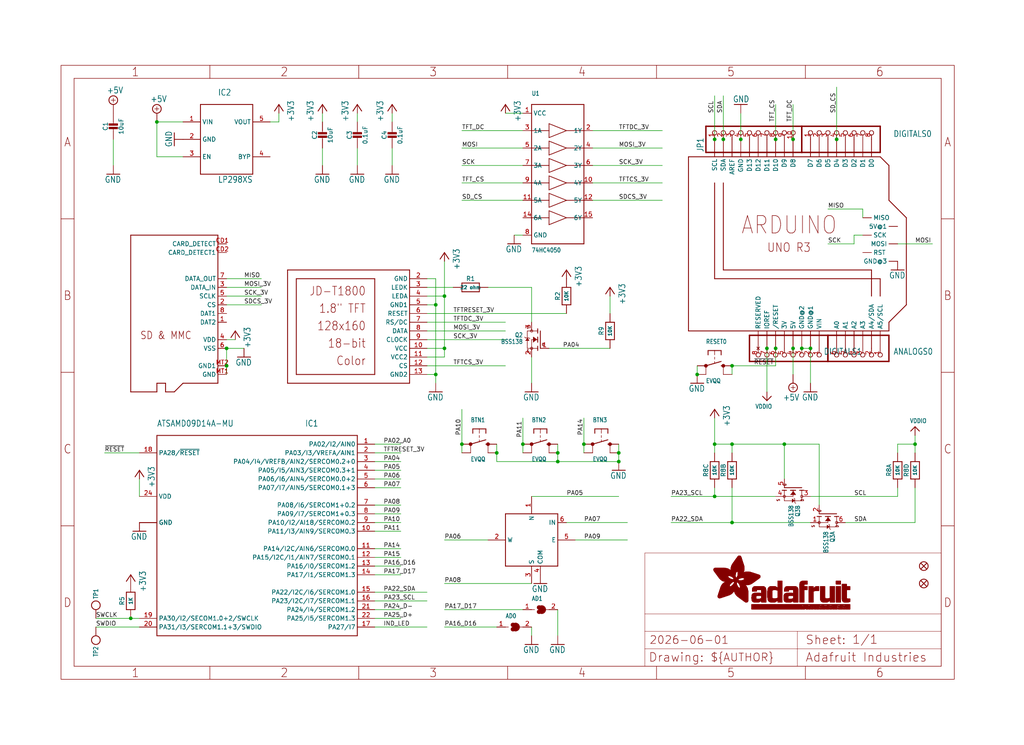
<source format=kicad_sch>
(kicad_sch (version 20230121) (generator eeschema)
  (paper "User" 298.45 217.322)
  (lib_symbols
    (symbol "working-eagle-import:+3V3" (power)
      (property "Value" "+3V3" (at -2.54 -5.08 90))
      (symbol "+3V3_1_0"
        (pin power_in line (at 0 -2.54 90) (length 2.54) (name "+3V3") (number "1"))
      )
    )
    (symbol "working-eagle-import:+5V" (power)
      (property "Value" "+5V" (at -1.905 3.175 0))
      (symbol "+5V_1_0"
        (pin power_in line (at 0 -2.54 90) (length 2.54) (name "+5V") (number "1"))
      )
    )
    (symbol "working-eagle-import:74HC4050DTSSOP"
      (property "Reference" "U" (at -7.62 22.86 0))
      (symbol "74HC4050DTSSOP_1_0"
        (pin bidirectional line (at -10.16 17.78 0) (length 2.54) (name "VCC") (number "1"))
        (pin bidirectional line (at 10.16 -2.54 180) (length 2.54) (name "4Y") (number "10"))
        (pin bidirectional line (at -10.16 -7.62 0) (length 2.54) (name "5A") (number "11"))
        (pin bidirectional line (at 10.16 -7.62 180) (length 2.54) (name "5Y") (number "12"))
        (pin bidirectional line (at -10.16 -12.7 0) (length 2.54) (name "6A") (number "14"))
        (pin bidirectional line (at 10.16 -12.7 180) (length 2.54) (name "6Y") (number "15"))
        (pin bidirectional line (at 10.16 12.7 180) (length 2.54) (name "1Y") (number "2"))
        (pin bidirectional line (at -10.16 12.7 0) (length 2.54) (name "1A") (number "3"))
        (pin bidirectional line (at 10.16 7.62 180) (length 2.54) (name "2Y") (number "4"))
        (pin bidirectional line (at -10.16 7.62 0) (length 2.54) (name "2A") (number "5"))
        (pin bidirectional line (at 10.16 2.54 180) (length 2.54) (name "3Y") (number "6"))
        (pin bidirectional line (at -10.16 2.54 0) (length 2.54) (name "3A") (number "7"))
        (pin bidirectional line (at -10.16 -17.78 0) (length 2.54) (name "GND") (number "8"))
        (pin bidirectional line (at -10.16 -2.54 0) (length 2.54) (name "4A") (number "9"))
      )
    )
    (symbol "working-eagle-import:ARDUINO_R3_ICSP"
      (symbol "ARDUINO_R3_ICSP_1_0"
        (text "ARDUINO" (at 15.24 27.94 0) (effects (font (size 5.08 4.318)) (justify left bottom)))
        (text "UNO R3" (at 22.86 22.86 0) (effects (font (size 2.54 2.159)) (justify left bottom)))
        (pin power_in line (at 27.94 -5.08 90) (length 5.08) (name "3V") (number "3V"))
        (pin power_in line (at 30.48 -5.08 90) (length 5.08) (name "5V") (number "5V"))
        (pin passive line (at 60.96 30.48 180) (length 2.54) (name "5V@1") (number "5V_ICSP"))
        (pin bidirectional line (at 43.18 -5.08 90) (length 5.08) (name "A0") (number "A0"))
        (pin bidirectional line (at 45.72 -5.08 90) (length 5.08) (name "A1") (number "A1"))
        (pin bidirectional line (at 48.26 -5.08 90) (length 5.08) (name "A2") (number "A2"))
        (pin bidirectional line (at 50.8 -5.08 90) (length 5.08) (name "A3") (number "A3"))
        (pin bidirectional line (at 53.34 -5.08 90) (length 5.08) (name "A4/SDA") (number "A4"))
        (pin bidirectional line (at 55.88 -5.08 90) (length 5.08) (name "A5/SCL") (number "A5"))
        (pin bidirectional line (at 12.7 55.88 270) (length 5.08) (name "AREF") (number "AREF"))
        (pin bidirectional line (at 53.34 55.88 270) (length 5.08) (name "D0") (number "D0"))
        (pin bidirectional line (at 50.8 55.88 270) (length 5.08) (name "D1") (number "D1"))
        (pin bidirectional line (at 25.4 55.88 270) (length 5.08) (name "D10") (number "D10"))
        (pin bidirectional line (at 22.86 55.88 270) (length 5.08) (name "D11") (number "D11"))
        (pin bidirectional line (at 20.32 55.88 270) (length 5.08) (name "D12") (number "D12"))
        (pin bidirectional line (at 17.78 55.88 270) (length 5.08) (name "D13") (number "D13"))
        (pin bidirectional line (at 48.26 55.88 270) (length 5.08) (name "D2") (number "D2"))
        (pin bidirectional line (at 45.72 55.88 270) (length 5.08) (name "D3") (number "D3"))
        (pin bidirectional line (at 43.18 55.88 270) (length 5.08) (name "D4") (number "D4"))
        (pin bidirectional line (at 40.64 55.88 270) (length 5.08) (name "D5") (number "D5"))
        (pin bidirectional line (at 38.1 55.88 270) (length 5.08) (name "D6") (number "D6"))
        (pin bidirectional line (at 35.56 55.88 270) (length 5.08) (name "D7") (number "D7"))
        (pin bidirectional line (at 30.48 55.88 270) (length 5.08) (name "D8") (number "D8"))
        (pin bidirectional line (at 27.94 55.88 270) (length 5.08) (name "D9") (number "D9"))
        (pin power_in line (at 15.24 55.88 270) (length 5.08) (name "GND") (number "GND"))
        (pin power_in line (at 33.02 -5.08 90) (length 5.08) (name "GND@2") (number "GND@1"))
        (pin passive line (at 60.96 20.32 180) (length 2.54) (name "GND@3") (number "GND@2"))
        (pin power_in line (at 35.56 -5.08 90) (length 5.08) (name "GND@1") (number "GND@3"))
        (pin output line (at 22.86 -5.08 90) (length 5.08) (name "IOREF") (number "IOREF"))
        (pin passive line (at 50.8 33.02 0) (length 2.54) (name "MISO") (number "MISO"))
        (pin passive line (at 60.96 25.4 180) (length 2.54) (name "MOSI") (number "MOSI"))
        (pin no_connect line (at 20.32 -5.08 90) (length 5.08) (name "RESERVED") (number "RESERVED"))
        (pin bidirectional line (at 25.4 -5.08 90) (length 5.08) (name "/RESET") (number "RESET"))
        (pin passive line (at 50.8 22.86 0) (length 2.54) (name "RST") (number "RESET_ICSP"))
        (pin passive line (at 50.8 27.94 0) (length 2.54) (name "SCK") (number "SCK"))
        (pin bidirectional line (at 7.62 55.88 270) (length 5.08) (name "SCL") (number "SCL"))
        (pin bidirectional line (at 10.16 55.88 270) (length 5.08) (name "SDA") (number "SDA"))
        (pin power_in line (at 38.1 -5.08 90) (length 5.08) (name "VIN") (number "VIN"))
      )
    )
    (symbol "working-eagle-import:ATSAMD09D14A-MU"
      (property "Reference" "IC" (at 12.7 33.02 0))
      (symbol "ATSAMD09D14A-MU_1_0"
        (pin bidirectional line (at 33.02 27.94 180) (length 5.08) (name "PA02/I2/AIN0") (number "1"))
        (pin bidirectional line (at 33.02 2.54 180) (length 5.08) (name "PA11/I3/AIN9/SERCOM0.3") (number "10"))
        (pin bidirectional line (at 33.02 -2.54 180) (length 5.08) (name "PA14/I2C/AIN6/SERCOM0.0") (number "11"))
        (pin bidirectional line (at 33.02 -5.08 180) (length 5.08) (name "PA15/I2C/I1/AIN7/SERCOM0.1") (number "12"))
        (pin bidirectional line (at 33.02 -7.62 180) (length 5.08) (name "PA16/I0/SERCOM1.2") (number "13"))
        (pin bidirectional line (at 33.02 -10.16 180) (length 5.08) (name "PA17/I1/SERCOM1.3") (number "14"))
        (pin bidirectional line (at 33.02 -15.24 180) (length 5.08) (name "PA22/I2C/I6/SERCOM1.0") (number "15"))
        (pin bidirectional line (at 33.02 -17.78 180) (length 5.08) (name "PA23/I2C/I7/SERCOM1.1") (number "16"))
        (pin bidirectional line (at 33.02 -25.4 180) (length 5.08) (name "PA27/I7") (number "17"))
        (pin bidirectional line (at -35.56 25.4 0) (length 5.08) (name "PA28/~{RESET}") (number "18"))
        (pin bidirectional line (at -35.56 -22.86 0) (length 5.08) (name "PA30/I2/SECOM1.0+2/SWCLK") (number "19"))
        (pin bidirectional line (at 33.02 25.4 180) (length 5.08) (name "PA03/I3/VREFA/AIN1") (number "2"))
        (pin bidirectional line (at -35.56 -25.4 0) (length 5.08) (name "PA31/I3/SERCOM1.1+3/SWDIO") (number "20"))
        (pin bidirectional line (at 33.02 -20.32 180) (length 5.08) (name "PA24/I4/SERCOM1.2") (number "21"))
        (pin bidirectional line (at 33.02 -22.86 180) (length 5.08) (name "PA25/I5/SERCOM1.3") (number "22"))
        (pin power_in line (at -35.56 5.08 0) (length 5.08) (name "GND") (number "23"))
        (pin power_in line (at -35.56 12.7 0) (length 5.08) (name "VDD") (number "24"))
        (pin bidirectional line (at 33.02 22.86 180) (length 5.08) (name "PA04/I4/VREFB/AIN2/SERCOM0.2+0") (number "3"))
        (pin bidirectional line (at 33.02 20.32 180) (length 5.08) (name "PA05/I5/AIN3/SERCOM0.3+1") (number "4"))
        (pin bidirectional line (at 33.02 17.78 180) (length 5.08) (name "PA06/I6/AIN4/SERCOM0.0+2") (number "5"))
        (pin bidirectional line (at 33.02 15.24 180) (length 5.08) (name "PA07/I7/AIN5/SERCOM0.1+3") (number "6"))
        (pin bidirectional line (at 33.02 10.16 180) (length 5.08) (name "PA08/I6/SERCOM1+0.2") (number "7"))
        (pin bidirectional line (at 33.02 7.62 180) (length 5.08) (name "PA09/I7/SERCOM1+0.3") (number "8"))
        (pin bidirectional line (at 33.02 5.08 180) (length 5.08) (name "PA10/I2/AI18/SERCOM0.2") (number "9"))
        (pin power_in line (at -35.56 5.08 0) (length 5.08) (name "GND") (number "THERM"))
      )
    )
    (symbol "working-eagle-import:CAP_CERAMIC0805-NOOUTLINE"
      (property "Reference" "C" (at -2.29 1.25 90))
      (symbol "CAP_CERAMIC0805-NOOUTLINE_1_0"
        (pin passive line (at 0 5.08 270) (length 2.54) (name "1") (number "1"))
        (pin passive line (at 0 -2.54 90) (length 2.54) (name "2") (number "2"))
      )
    )
    (symbol "working-eagle-import:DISP_LCD_JDT1800"
      (symbol "DISP_LCD_JDT1800_1_0"
        (text "1.8\" TFT" (at -5.08 5.08 0) (effects (font (size 2.54 2.159)) (justify left bottom)))
        (text "128x160" (at -5.08 0 0) (effects (font (size 2.54 2.159)) (justify left bottom)))
        (text "18-bit" (at -5.08 -5.08 0) (effects (font (size 2.54 2.159)) (justify left bottom)))
        (text "Color" (at -5.08 -10.16 0) (effects (font (size 2.54 2.159)) (justify left bottom)))
        (text "JD-T1800" (at -5.08 10.16 0) (effects (font (size 2.54 2.159)) (justify left bottom)))
        (pin power_in line (at -22.86 -5.08 0) (length 5.08) (name "VCC") (number "10"))
        (pin power_in line (at -22.86 -7.62 0) (length 5.08) (name "VCC2") (number "11"))
        (pin input line (at -22.86 -10.16 0) (length 5.08) (name "CS") (number "12"))
        (pin power_in line (at -22.86 -12.7 0) (length 5.08) (name "GND2") (number "13"))
        (pin power_in line (at -22.86 15.24 0) (length 5.08) (name "GND") (number "2"))
        (pin input line (at -22.86 12.7 0) (length 5.08) (name "LEDK") (number "3"))
        (pin input line (at -22.86 10.16 0) (length 5.08) (name "LEDA") (number "4"))
        (pin power_in line (at -22.86 7.62 0) (length 5.08) (name "GND1") (number "5"))
        (pin input line (at -22.86 5.08 0) (length 5.08) (name "RESET") (number "6"))
        (pin input line (at -22.86 2.54 0) (length 5.08) (name "RS/DC") (number "7"))
        (pin bidirectional line (at -22.86 0 0) (length 5.08) (name "DATA") (number "8"))
        (pin input line (at -22.86 -2.54 0) (length 5.08) (name "CLOCK") (number "9"))
      )
    )
    (symbol "working-eagle-import:FIDUCIAL_1MM")
    (symbol "working-eagle-import:FRAME_A4_ADAFRUIT"
      (symbol "FRAME_A4_ADAFRUIT_1_0"
        (text "${#}/${##}" (at 230.505 10.16 0) (effects (font (size 2.54 2.54)) (justify left bottom)))
        (text "${AUTHOR}" (at 189.23 5.08 0) (effects (font (size 2.286 2.286)) (justify left bottom)))
        (text "${CURRENT_DATE}" (at 171.45 10.16 0) (effects (font (size 2.286 2.286)) (justify left bottom)))
        (text "${PROJECTNAME}" (at 171.45 15.24 0) (effects (font (size 2.54 2.54)) (justify left bottom)))
        (text "1" (at 21.6958 1.905 0) (effects (font (size 2.54 2.286))))
        (text "1" (at 21.6958 177.165 0) (effects (font (size 2.54 2.286))))
        (text "2" (at 65.0875 1.905 0) (effects (font (size 2.54 2.286))))
        (text "2" (at 65.0875 177.165 0) (effects (font (size 2.54 2.286))))
        (text "3" (at 108.4792 1.905 0) (effects (font (size 2.54 2.286))))
        (text "3" (at 108.4792 177.165 0) (effects (font (size 2.54 2.286))))
        (text "4" (at 151.8708 1.905 0) (effects (font (size 2.54 2.286))))
        (text "4" (at 151.8708 177.165 0) (effects (font (size 2.54 2.286))))
        (text "5" (at 195.2625 1.905 0) (effects (font (size 2.54 2.286))))
        (text "5" (at 195.2625 177.165 0) (effects (font (size 2.54 2.286))))
        (text "6" (at 238.6542 1.905 0) (effects (font (size 2.54 2.286))))
        (text "6" (at 238.6542 177.165 0) (effects (font (size 2.54 2.286))))
        (text "A" (at 1.905 156.6863 0) (effects (font (size 2.54 2.286))))
        (text "A" (at 258.445 156.6863 0) (effects (font (size 2.54 2.286))))
        (text "Adafruit Industries" (at 216.916 4.953 0) (effects (font (size 2.54 2.54)) (justify left bottom)))
        (text "B" (at 1.905 111.9188 0) (effects (font (size 2.54 2.286))))
        (text "B" (at 258.445 111.9188 0) (effects (font (size 2.54 2.286))))
        (text "C" (at 1.905 67.1513 0) (effects (font (size 2.54 2.286))))
        (text "C" (at 258.445 67.1513 0) (effects (font (size 2.54 2.286))))
        (text "D" (at 1.905 22.3838 0) (effects (font (size 2.54 2.286))))
        (text "D" (at 258.445 22.3838 0) (effects (font (size 2.54 2.286))))
        (text "Drawing:" (at 171.196 4.953 0) (effects (font (size 2.54 2.54)) (justify left bottom)))
        (text "Sheet:" (at 216.916 10.033 0) (effects (font (size 2.54 2.54)) (justify left bottom)))
      )
    )
    (symbol "working-eagle-import:GND" (power)
      (property "Value" "GND" (at -2.54 -2.54 0))
      (symbol "GND_1_0"
        (pin power_in line (at 0 2.54 270) (length 2.54) (name "GND") (number "1"))
      )
    )
    (symbol "working-eagle-import:HEADER-1X10ROUND"
      (property "Reference" "JP" (at -6.35 13.335 0))
      (symbol "HEADER-1X10ROUND_1_0"
        (pin passive inverted (at -2.54 10.16 0) (length 2.54) (name "1") (number "1"))
        (pin passive inverted (at -2.54 -12.7 0) (length 2.54) (name "10") (number "10"))
        (pin passive inverted (at -2.54 7.62 0) (length 2.54) (name "2") (number "2"))
        (pin passive inverted (at -2.54 5.08 0) (length 2.54) (name "3") (number "3"))
        (pin passive inverted (at -2.54 2.54 0) (length 2.54) (name "4") (number "4"))
        (pin passive inverted (at -2.54 0 0) (length 2.54) (name "5") (number "5"))
        (pin passive inverted (at -2.54 -2.54 0) (length 2.54) (name "6") (number "6"))
        (pin passive inverted (at -2.54 -5.08 0) (length 2.54) (name "7") (number "7"))
        (pin passive inverted (at -2.54 -7.62 0) (length 2.54) (name "8") (number "8"))
        (pin passive inverted (at -2.54 -10.16 0) (length 2.54) (name "9") (number "9"))
      )
    )
    (symbol "working-eagle-import:HEADER-1X6ROUND"
      (property "Reference" "JP" (at -6.35 10.795 0))
      (symbol "HEADER-1X6ROUND_1_0"
        (pin passive inverted (at -2.54 7.62 0) (length 2.54) (name "1") (number "1"))
        (pin passive inverted (at -2.54 5.08 0) (length 2.54) (name "2") (number "2"))
        (pin passive inverted (at -2.54 2.54 0) (length 2.54) (name "3") (number "3"))
        (pin passive inverted (at -2.54 0 0) (length 2.54) (name "4") (number "4"))
        (pin passive inverted (at -2.54 -2.54 0) (length 2.54) (name "5") (number "5"))
        (pin passive inverted (at -2.54 -5.08 0) (length 2.54) (name "6") (number "6"))
      )
    )
    (symbol "working-eagle-import:HEADER-1X8ROUND"
      (property "Reference" "JP" (at -6.35 13.335 0))
      (symbol "HEADER-1X8ROUND_1_0"
        (pin passive inverted (at -2.54 10.16 0) (length 2.54) (name "1") (number "1"))
        (pin passive inverted (at -2.54 7.62 0) (length 2.54) (name "2") (number "2"))
        (pin passive inverted (at -2.54 5.08 0) (length 2.54) (name "3") (number "3"))
        (pin passive inverted (at -2.54 2.54 0) (length 2.54) (name "4") (number "4"))
        (pin passive inverted (at -2.54 0 0) (length 2.54) (name "5") (number "5"))
        (pin passive inverted (at -2.54 -2.54 0) (length 2.54) (name "6") (number "6"))
        (pin passive inverted (at -2.54 -5.08 0) (length 2.54) (name "7") (number "7"))
        (pin passive inverted (at -2.54 -7.62 0) (length 2.54) (name "8") (number "8"))
      )
    )
    (symbol "working-eagle-import:LP298XS"
      (property "Reference" "IC" (at -12.7 -5.08 90))
      (symbol "LP298XS_1_0"
        (pin bidirectional line (at -5.08 -15.24 90) (length 5.08) (name "VIN") (number "1"))
        (pin bidirectional line (at 0 -15.24 90) (length 5.08) (name "GND") (number "2"))
        (pin bidirectional line (at 5.08 -15.24 90) (length 5.08) (name "EN") (number "3"))
        (pin bidirectional line (at 5.08 10.16 270) (length 5.08) (name "BYP") (number "4"))
        (pin bidirectional line (at -5.08 10.16 270) (length 5.08) (name "VOUT") (number "5"))
      )
    )
    (symbol "working-eagle-import:MICROSD"
      (symbol "MICROSD_1_0"
        (text "SD & MMC" (at -7.62 -10.16 0) (effects (font (size 2.1844 1.8567)) (justify left bottom)))
        (pin bidirectional line (at -17.78 -5.08 0) (length 2.54) (name "DAT2") (number "1"))
        (pin input line (at -17.78 0 0) (length 2.54) (name "CS") (number "2"))
        (pin input line (at -17.78 5.08 0) (length 2.54) (name "DATA_IN") (number "3"))
        (pin power_in line (at -17.78 -10.16 0) (length 2.54) (name "VDD") (number "4"))
        (pin input line (at -17.78 2.54 0) (length 2.54) (name "SCLK") (number "5"))
        (pin power_in line (at -17.78 -12.7 0) (length 2.54) (name "VSS") (number "6"))
        (pin output line (at -17.78 7.62 0) (length 2.54) (name "DATA_OUT") (number "7"))
        (pin bidirectional line (at -17.78 -2.54 0) (length 2.54) (name "DAT1") (number "8"))
        (pin passive line (at -17.78 17.78 0) (length 2.54) (name "CARD_DETECT") (number "CD1"))
        (pin passive line (at -17.78 15.24 0) (length 2.54) (name "CARD_DETECT1") (number "CD2"))
        (pin power_in line (at -17.78 -20.32 0) (length 2.54) (name "GND") (number "MT1"))
        (pin power_in line (at -17.78 -17.78 0) (length 2.54) (name "GND1") (number "MT2"))
      )
    )
    (symbol "working-eagle-import:MOSFET-NWIDE"
      (property "Reference" "Q" (at 5.08 0.635 0))
      (symbol "MOSFET-NWIDE_1_0"
        (text "D" (at 3.175 3.175 0) (effects (font (size 0.8128 0.6908)) (justify left bottom)))
        (text "G" (at -1.27 -1.905 0) (effects (font (size 0.8128 0.6908)) (justify left bottom)))
        (text "S" (at 3.175 -3.81 0) (effects (font (size 0.8128 0.6908)) (justify left bottom)))
        (pin bidirectional line (at -2.54 -2.54 0) (length 2.54) (name "G") (number "1"))
        (pin bidirectional line (at 2.54 -5.08 90) (length 2.54) (name "S") (number "2"))
        (pin bidirectional line (at 2.54 5.08 270) (length 2.54) (name "D") (number "3"))
      )
    )
    (symbol "working-eagle-import:MOSFET-N_DUAL"
      (property "Reference" "Q" (at 5.08 0.635 0))
      (symbol "MOSFET-N_DUAL_1_0"
        (text "D" (at 3.175 3.175 0) (effects (font (size 0.8128 0.6908)) (justify left bottom)))
        (text "G" (at -1.27 -1.905 0) (effects (font (size 0.8128 0.6908)) (justify left bottom)))
        (text "S" (at 3.175 -3.81 0) (effects (font (size 0.8128 0.6908)) (justify left bottom)))
        (pin bidirectional line (at 2.54 -5.08 90) (length 2.54) (name "S") (number "1"))
        (pin bidirectional line (at -2.54 -2.54 0) (length 2.54) (name "G") (number "2"))
        (pin bidirectional line (at 2.54 5.08 270) (length 2.54) (name "D") (number "6"))
      )
      (symbol "MOSFET-N_DUAL_2_0"
        (text "D" (at 3.175 3.175 0) (effects (font (size 0.8128 0.6908)) (justify left bottom)))
        (text "G" (at -1.27 -1.905 0) (effects (font (size 0.8128 0.6908)) (justify left bottom)))
        (text "S" (at 3.175 -3.81 0) (effects (font (size 0.8128 0.6908)) (justify left bottom)))
        (pin bidirectional line (at 2.54 5.08 270) (length 2.54) (name "D") (number "3"))
        (pin bidirectional line (at 2.54 -5.08 90) (length 2.54) (name "S") (number "4"))
        (pin bidirectional line (at -2.54 -2.54 0) (length 2.54) (name "G") (number "5"))
      )
    )
    (symbol "working-eagle-import:NAVSWITCHSKQUABAUE010"
      (symbol "NAVSWITCHSKQUABAUE010_1_0"
        (pin bidirectional line (at 0 12.7 270) (length 5.08) (name "N") (number "1"))
        (pin bidirectional line (at -12.7 0 0) (length 5.08) (name "W") (number "2"))
        (pin bidirectional line (at 0 -12.7 90) (length 5.08) (name "S") (number "3"))
        (pin bidirectional line (at 2.54 -10.16 90) (length 2.54) (name "COM") (number "4"))
        (pin bidirectional line (at 12.7 0 180) (length 5.08) (name "E") (number "5"))
        (pin bidirectional line (at 10.16 5.08 180) (length 2.54) (name "IN") (number "6"))
      )
    )
    (symbol "working-eagle-import:RESISTOR0805_NOOUTLINE"
      (property "Reference" "R" (at 0 2.54 0))
      (symbol "RESISTOR0805_NOOUTLINE_1_0"
        (pin passive line (at -5.08 0 0) (length 2.54) (name "1") (number "1"))
        (pin passive line (at 5.08 0 180) (length 2.54) (name "2") (number "2"))
      )
    )
    (symbol "working-eagle-import:RESISTOR_4PACK_NO"
      (property "Reference" "R" (at 0 2.54 0))
      (symbol "RESISTOR_4PACK_NO_1_0"
        (pin passive line (at -5.08 0 0) (length 2.54) (name "1") (number "1"))
        (pin passive line (at 5.08 0 180) (length 2.54) (name "2") (number "8"))
      )
      (symbol "RESISTOR_4PACK_NO_2_0"
        (pin passive line (at -5.08 0 0) (length 2.54) (name "1") (number "2"))
        (pin passive line (at 5.08 0 180) (length 2.54) (name "2") (number "7"))
      )
      (symbol "RESISTOR_4PACK_NO_3_0"
        (pin passive line (at -5.08 0 0) (length 2.54) (name "1") (number "3"))
        (pin passive line (at 5.08 0 180) (length 2.54) (name "2") (number "6"))
      )
      (symbol "RESISTOR_4PACK_NO_4_0"
        (pin passive line (at -5.08 0 0) (length 2.54) (name "1") (number "4"))
        (pin passive line (at 5.08 0 180) (length 2.54) (name "2") (number "5"))
      )
    )
    (symbol "working-eagle-import:SOLDERJUMPER"
      (property "Reference" "SJ" (at -2.54 2.54 0))
      (symbol "SOLDERJUMPER_1_0"
        (pin passive line (at -5.08 0 0) (length 2.54) (name "1") (number "1"))
        (pin passive line (at 5.08 0 180) (length 2.54) (name "2") (number "2"))
      )
    )
    (symbol "working-eagle-import:SWITCH_TACT_SMT_EVQQ2_SMALL"
      (property "Reference" "SW" (at -2.54 6.35 0))
      (symbol "SWITCH_TACT_SMT_EVQQ2_SMALL_1_0"
        (pin passive line (at -5.08 0 0) (length 2.54) (name "P") (number "A"))
        (pin passive line (at -5.08 -2.54 0) (length 2.54) (name "P1") (number "A'"))
        (pin passive line (at 5.08 0 180) (length 2.54) (name "S") (number "B"))
        (pin passive line (at 5.08 -2.54 180) (length 2.54) (name "S1") (number "B'"))
      )
    )
    (symbol "working-eagle-import:TESTPOINTROUND2MM"
      (property "Reference" "TP" (at 0 5.588 90))
      (symbol "TESTPOINTROUND2MM_1_0"
        (pin bidirectional line (at 0 0 90) (length 2.54) (name "P$1") (number "P$1"))
      )
    )
    (symbol "working-eagle-import:VDDIO" (power)
      (property "Value" "VDDIO" (at -1.524 1.016 0))
      (symbol "VDDIO_1_0"
        (pin power_in line (at 0 -2.54 90) (length 2.54) (name "VDDIO") (number "1"))
      )
    )
  )
  (junction (at 203.2 109.22))
  (junction (at 213.36 129.54))
  (junction (at 231.14 40.64))
  (junction (at 208.28 129.54))
  (junction (at 223.52 101.6))
  (junction (at 162.56 134.62))
  (junction (at 129.54 86.36))
  (junction (at 127 88.9))
  (junction (at 66.04 106.68))
  (junction (at 144.78 132.08))
  (junction (at 226.06 101.6))
  (junction (at 215.9 40.64))
  (junction (at 38.1 180.34))
  (junction (at 127 109.22))
  (junction (at 180.34 134.62))
  (junction (at 228.6 129.54))
  (junction (at 208.28 40.64))
  (junction (at 266.7 129.54))
  (junction (at 134.62 129.54))
  (junction (at 236.22 101.6))
  (junction (at 180.34 132.08))
  (junction (at 170.18 129.54))
  (junction (at 243.84 40.64))
  (junction (at 129.54 101.6))
  (junction (at 162.56 132.08))
  (junction (at 66.04 101.6))
  (junction (at 210.82 40.64))
  (junction (at 208.28 144.78))
  (junction (at 152.4 129.54))
  (junction (at 213.36 106.68))
  (junction (at 45.72 35.56))
  (junction (at 226.06 40.64))
  (junction (at 231.14 101.6))
  (junction (at 233.68 101.6))
  (junction (at 213.36 152.4))
  (wire (pts (xy 129.54 86.36) (xy 124.46 86.36)) (stroke (width 0.1524)))
  (wire (pts (xy 109.22 152.4) (xy 116.84 152.4)) (stroke (width 0.1524)))
  (wire (pts (xy 152.4 38.1) (xy 134.62 38.1)) (stroke (width 0.1524)))
  (wire (pts (xy 213.36 129.54) (xy 228.6 129.54)) (stroke (width 0.1524)))
  (wire (pts (xy 231.14 40.64) (xy 231.14 30.48)) (stroke (width 0.1524)))
  (wire (pts (xy 104.14 48.26) (xy 104.14 43.18)) (stroke (width 0.1524)))
  (wire (pts (xy 154.94 182.88) (xy 154.94 185.42)) (stroke (width 0.1524)))
  (wire (pts (xy 38.1 180.34) (xy 40.64 180.34)) (stroke (width 0.1524)))
  (wire (pts (xy 129.54 101.6) (xy 129.54 86.36)) (stroke (width 0.1524)))
  (wire (pts (xy 236.22 144.78) (xy 261.62 144.78)) (stroke (width 0.1524)))
  (wire (pts (xy 248.92 71.12) (xy 241.3 71.12)) (stroke (width 0.1524)))
  (wire (pts (xy 152.4 129.54) (xy 152.4 132.08)) (stroke (width 0.1524)))
  (wire (pts (xy 233.68 101.6) (xy 236.22 101.6)) (stroke (width 0.1524)))
  (wire (pts (xy 261.62 71.12) (xy 271.78 71.12)) (stroke (width 0.1524)))
  (wire (pts (xy 251.46 63.5) (xy 251.46 60.96)) (stroke (width 0.1524)))
  (wire (pts (xy 228.6 129.54) (xy 238.76 129.54)) (stroke (width 0.1524)))
  (wire (pts (xy 266.7 132.08) (xy 266.7 129.54)) (stroke (width 0.1524)))
  (wire (pts (xy 109.22 175.26) (xy 124.46 175.26)) (stroke (width 0.1524)))
  (wire (pts (xy 76.2 88.9) (xy 66.04 88.9)) (stroke (width 0.1524)))
  (wire (pts (xy 116.84 162.56) (xy 109.22 162.56)) (stroke (width 0.1524)))
  (wire (pts (xy 104.14 33.02) (xy 104.14 35.56)) (stroke (width 0.1524)))
  (wire (pts (xy 165.1 152.4) (xy 182.88 152.4)) (stroke (width 0.1524)))
  (wire (pts (xy 109.22 129.54) (xy 116.84 129.54)) (stroke (width 0.1524)))
  (wire (pts (xy 66.04 106.68) (xy 66.04 101.6)) (stroke (width 0.1524)))
  (wire (pts (xy 170.18 121.92) (xy 170.18 129.54)) (stroke (width 0.1524)))
  (wire (pts (xy 238.76 147.32) (xy 238.76 129.54)) (stroke (width 0.1524)))
  (wire (pts (xy 172.72 43.18) (xy 193.04 43.18)) (stroke (width 0.1524)))
  (wire (pts (xy 109.22 134.62) (xy 116.84 134.62)) (stroke (width 0.1524)))
  (wire (pts (xy 208.28 144.78) (xy 208.28 142.24)) (stroke (width 0.1524)))
  (wire (pts (xy 116.84 154.94) (xy 109.22 154.94)) (stroke (width 0.1524)))
  (wire (pts (xy 266.7 152.4) (xy 266.7 142.24)) (stroke (width 0.1524)))
  (wire (pts (xy 154.94 144.78) (xy 180.34 144.78)) (stroke (width 0.1524)))
  (wire (pts (xy 170.18 129.54) (xy 170.18 132.08)) (stroke (width 0.1524)))
  (wire (pts (xy 68.58 99.06) (xy 66.04 99.06)) (stroke (width 0.1524)))
  (wire (pts (xy 142.24 83.82) (xy 154.94 83.82)) (stroke (width 0.1524)))
  (wire (pts (xy 162.56 177.8) (xy 162.56 185.42)) (stroke (width 0.1524)))
  (wire (pts (xy 162.56 132.08) (xy 162.56 129.54)) (stroke (width 0.1524)))
  (wire (pts (xy 215.9 33.02) (xy 215.9 40.64)) (stroke (width 0.1524)))
  (wire (pts (xy 81.28 33.02) (xy 81.28 35.56)) (stroke (width 0.1524)))
  (wire (pts (xy 93.98 48.26) (xy 93.98 43.18)) (stroke (width 0.1524)))
  (wire (pts (xy 109.22 172.72) (xy 124.46 172.72)) (stroke (width 0.1524)))
  (wire (pts (xy 236.22 152.4) (xy 213.36 152.4)) (stroke (width 0.1524)))
  (wire (pts (xy 129.54 177.8) (xy 152.4 177.8)) (stroke (width 0.1524)))
  (wire (pts (xy 134.62 53.34) (xy 152.4 53.34)) (stroke (width 0.1524)))
  (wire (pts (xy 160.02 101.6) (xy 177.8 101.6)) (stroke (width 0.1524)))
  (wire (pts (xy 116.84 132.08) (xy 109.22 132.08)) (stroke (width 0.1524)))
  (wire (pts (xy 71.12 101.6) (xy 66.04 101.6)) (stroke (width 0.1524)))
  (wire (pts (xy 180.34 134.62) (xy 180.34 132.08)) (stroke (width 0.1524)))
  (wire (pts (xy 147.32 93.98) (xy 124.46 93.98)) (stroke (width 0.1524)))
  (wire (pts (xy 243.84 40.64) (xy 243.84 25.4)) (stroke (width 0.1524)))
  (wire (pts (xy 116.84 149.86) (xy 109.22 149.86)) (stroke (width 0.1524)))
  (wire (pts (xy 114.3 48.26) (xy 114.3 43.18)) (stroke (width 0.1524)))
  (wire (pts (xy 165.1 91.44) (xy 124.46 91.44)) (stroke (width 0.1524)))
  (wire (pts (xy 109.22 139.7) (xy 116.84 139.7)) (stroke (width 0.1524)))
  (wire (pts (xy 116.84 142.24) (xy 109.22 142.24)) (stroke (width 0.1524)))
  (wire (pts (xy 147.32 99.06) (xy 124.46 99.06)) (stroke (width 0.1524)))
  (wire (pts (xy 261.62 129.54) (xy 266.7 129.54)) (stroke (width 0.1524)))
  (wire (pts (xy 213.36 109.22) (xy 213.36 106.68)) (stroke (width 0.1524)))
  (wire (pts (xy 40.64 132.08) (xy 30.48 132.08)) (stroke (width 0.1524)))
  (wire (pts (xy 116.84 137.16) (xy 109.22 137.16)) (stroke (width 0.1524)))
  (wire (pts (xy 208.28 129.54) (xy 208.28 132.08)) (stroke (width 0.1524)))
  (wire (pts (xy 109.22 165.1) (xy 116.84 165.1)) (stroke (width 0.1524)))
  (wire (pts (xy 124.46 83.82) (xy 132.08 83.82)) (stroke (width 0.1524)))
  (wire (pts (xy 127 88.9) (xy 127 109.22)) (stroke (width 0.1524)))
  (wire (pts (xy 162.56 134.62) (xy 180.34 134.62)) (stroke (width 0.1524)))
  (wire (pts (xy 162.56 134.62) (xy 162.56 132.08)) (stroke (width 0.1524)))
  (wire (pts (xy 134.62 43.18) (xy 152.4 43.18)) (stroke (width 0.1524)))
  (wire (pts (xy 213.36 106.68) (xy 226.06 106.68)) (stroke (width 0.1524)))
  (wire (pts (xy 147.32 96.52) (xy 124.46 96.52)) (stroke (width 0.1524)))
  (wire (pts (xy 93.98 33.02) (xy 93.98 35.56)) (stroke (width 0.1524)))
  (wire (pts (xy 53.34 45.72) (xy 45.72 45.72)) (stroke (width 0.1524)))
  (wire (pts (xy 172.72 58.42) (xy 193.04 58.42)) (stroke (width 0.1524)))
  (wire (pts (xy 228.6 139.7) (xy 228.6 129.54)) (stroke (width 0.1524)))
  (wire (pts (xy 134.62 129.54) (xy 134.62 132.08)) (stroke (width 0.1524)))
  (wire (pts (xy 226.06 40.64) (xy 226.06 30.48)) (stroke (width 0.1524)))
  (wire (pts (xy 76.2 86.36) (xy 66.04 86.36)) (stroke (width 0.1524)))
  (wire (pts (xy 109.22 177.8) (xy 116.84 177.8)) (stroke (width 0.1524)))
  (wire (pts (xy 144.78 134.62) (xy 162.56 134.62)) (stroke (width 0.1524)))
  (wire (pts (xy 142.24 157.48) (xy 129.54 157.48)) (stroke (width 0.1524)))
  (wire (pts (xy 172.72 38.1) (xy 193.04 38.1)) (stroke (width 0.1524)))
  (wire (pts (xy 45.72 45.72) (xy 45.72 35.56)) (stroke (width 0.1524)))
  (wire (pts (xy 208.28 129.54) (xy 213.36 129.54)) (stroke (width 0.1524)))
  (wire (pts (xy 167.64 157.48) (xy 182.88 157.48)) (stroke (width 0.1524)))
  (wire (pts (xy 76.2 83.82) (xy 66.04 83.82)) (stroke (width 0.1524)))
  (wire (pts (xy 261.62 132.08) (xy 261.62 129.54)) (stroke (width 0.1524)))
  (wire (pts (xy 149.86 68.58) (xy 152.4 68.58)) (stroke (width 0.1524)))
  (wire (pts (xy 223.52 114.3) (xy 223.52 101.6)) (stroke (width 0.1524)))
  (wire (pts (xy 124.46 182.88) (xy 109.22 182.88)) (stroke (width 0.1524)))
  (wire (pts (xy 261.62 144.78) (xy 261.62 142.24)) (stroke (width 0.1524)))
  (wire (pts (xy 152.4 121.92) (xy 152.4 129.54)) (stroke (width 0.1524)))
  (wire (pts (xy 109.22 160.02) (xy 116.84 160.02)) (stroke (width 0.1524)))
  (wire (pts (xy 154.94 104.14) (xy 154.94 111.76)) (stroke (width 0.1524)))
  (wire (pts (xy 40.64 139.7) (xy 40.64 144.78)) (stroke (width 0.1524)))
  (wire (pts (xy 177.8 86.36) (xy 177.8 91.44)) (stroke (width 0.1524)))
  (wire (pts (xy 208.28 144.78) (xy 226.06 144.78)) (stroke (width 0.1524)))
  (wire (pts (xy 213.36 132.08) (xy 213.36 129.54)) (stroke (width 0.1524)))
  (wire (pts (xy 152.4 48.26) (xy 134.62 48.26)) (stroke (width 0.1524)))
  (wire (pts (xy 127 111.76) (xy 127 109.22)) (stroke (width 0.1524)))
  (wire (pts (xy 66.04 109.22) (xy 66.04 106.68)) (stroke (width 0.1524)))
  (wire (pts (xy 114.3 33.02) (xy 114.3 35.56)) (stroke (width 0.1524)))
  (wire (pts (xy 208.28 27.94) (xy 208.28 40.64)) (stroke (width 0.1524)))
  (wire (pts (xy 134.62 129.54) (xy 134.62 119.38)) (stroke (width 0.1524)))
  (wire (pts (xy 251.46 68.58) (xy 248.92 68.58)) (stroke (width 0.1524)))
  (wire (pts (xy 208.28 144.78) (xy 195.58 144.78)) (stroke (width 0.1524)))
  (wire (pts (xy 129.54 104.14) (xy 124.46 104.14)) (stroke (width 0.1524)))
  (wire (pts (xy 127 81.28) (xy 127 88.9)) (stroke (width 0.1524)))
  (wire (pts (xy 154.94 170.18) (xy 129.54 170.18)) (stroke (width 0.1524)))
  (wire (pts (xy 152.4 58.42) (xy 134.62 58.42)) (stroke (width 0.1524)))
  (wire (pts (xy 66.04 81.28) (xy 76.2 81.28)) (stroke (width 0.1524)))
  (wire (pts (xy 81.28 35.56) (xy 78.74 35.56)) (stroke (width 0.1524)))
  (wire (pts (xy 144.78 129.54) (xy 144.78 132.08)) (stroke (width 0.1524)))
  (wire (pts (xy 129.54 182.88) (xy 144.78 182.88)) (stroke (width 0.1524)))
  (wire (pts (xy 213.36 152.4) (xy 213.36 142.24)) (stroke (width 0.1524)))
  (wire (pts (xy 45.72 35.56) (xy 53.34 35.56)) (stroke (width 0.1524)))
  (wire (pts (xy 144.78 132.08) (xy 144.78 134.62)) (stroke (width 0.1524)))
  (wire (pts (xy 127 109.22) (xy 124.46 109.22)) (stroke (width 0.1524)))
  (wire (pts (xy 231.14 109.22) (xy 231.14 101.6)) (stroke (width 0.1524)))
  (wire (pts (xy 226.06 106.68) (xy 226.06 101.6)) (stroke (width 0.1524)))
  (wire (pts (xy 27.94 180.34) (xy 38.1 180.34)) (stroke (width 0.1524)))
  (wire (pts (xy 129.54 104.14) (xy 129.54 101.6)) (stroke (width 0.1524)))
  (wire (pts (xy 127 88.9) (xy 124.46 88.9)) (stroke (width 0.1524)))
  (wire (pts (xy 33.02 40.64) (xy 33.02 48.26)) (stroke (width 0.1524)))
  (wire (pts (xy 40.64 182.88) (xy 27.94 182.88)) (stroke (width 0.1524)))
  (wire (pts (xy 116.84 180.34) (xy 109.22 180.34)) (stroke (width 0.1524)))
  (wire (pts (xy 208.28 121.92) (xy 208.28 129.54)) (stroke (width 0.1524)))
  (wire (pts (xy 213.36 152.4) (xy 195.58 152.4)) (stroke (width 0.1524)))
  (wire (pts (xy 203.2 106.68) (xy 203.2 109.22)) (stroke (width 0.1524)))
  (wire (pts (xy 180.34 132.08) (xy 180.34 129.54)) (stroke (width 0.1524)))
  (wire (pts (xy 236.22 111.76) (xy 236.22 101.6)) (stroke (width 0.1524)))
  (wire (pts (xy 154.94 83.82) (xy 154.94 93.98)) (stroke (width 0.1524)))
  (wire (pts (xy 129.54 101.6) (xy 124.46 101.6)) (stroke (width 0.1524)))
  (wire (pts (xy 129.54 76.2) (xy 129.54 86.36)) (stroke (width 0.1524)))
  (wire (pts (xy 147.32 106.68) (xy 124.46 106.68)) (stroke (width 0.1524)))
  (wire (pts (xy 251.46 60.96) (xy 241.3 60.96)) (stroke (width 0.1524)))
  (wire (pts (xy 248.92 68.58) (xy 248.92 71.12)) (stroke (width 0.1524)))
  (wire (pts (xy 193.04 53.34) (xy 172.72 53.34)) (stroke (width 0.1524)))
  (wire (pts (xy 127 81.28) (xy 124.46 81.28)) (stroke (width 0.1524)))
  (wire (pts (xy 172.72 48.26) (xy 193.04 48.26)) (stroke (width 0.1524)))
  (wire (pts (xy 246.38 152.4) (xy 266.7 152.4)) (stroke (width 0.1524)))
  (wire (pts (xy 116.84 167.64) (xy 109.22 167.64)) (stroke (width 0.1524)))
  (wire (pts (xy 210.82 40.64) (xy 210.82 27.94)) (stroke (width 0.1524)))
  (wire (pts (xy 109.22 147.32) (xy 116.84 147.32)) (stroke (width 0.1524)))
  (wire (pts (xy 266.7 129.54) (xy 266.7 127)) (stroke (width 0.1524)))
  (wire (pts (xy 147.32 33.02) (xy 152.4 33.02)) (stroke (width 0.1524)))
  (label "TFT_CS" (at 226.06 35.56 90) (effects (font (size 1.2446 1.2446))))
  (label "MOSI" (at 134.62 43.18 0) (effects (font (size 1.2446 1.2446))))
  (label "SD_CS" (at 134.62 58.42 0) (effects (font (size 1.2446 1.2446))))
  (label "TFTDC_3V" (at 180.34 38.1 0) (effects (font (size 1.2446 1.2446))))
  (label "TFTDC_3V" (at 132.08 93.98 0) (effects (font (size 1.2446 1.2446))))
  (label "PA23_SCL" (at 111.76 175.26 0) (effects (font (size 1.2446 1.2446))))
  (label "PA08" (at 129.54 170.18 0) (effects (font (size 1.2446 1.2446))))
  (label "MOSI_3V" (at 132.08 96.52 0) (effects (font (size 1.2446 1.2446))))
  (label "SDA" (at 248.92 152.4 0) (effects (font (size 1.2446 1.2446))))
  (label "PA08" (at 111.76 147.32 0) (effects (font (size 1.2446 1.2446))))
  (label "SCL" (at 248.92 144.78 0) (effects (font (size 1.2446 1.2446))))
  (label "MOSI_3V" (at 71.12 83.82 0) (effects (font (size 1.2446 1.2446))))
  (label "MOSI_3V" (at 180.34 43.18 0) (effects (font (size 1.2446 1.2446))))
  (label "TFTRESET_3V" (at 132.08 91.44 0) (effects (font (size 1.2446 1.2446))))
  (label "PA11" (at 111.76 154.94 0) (effects (font (size 1.2446 1.2446))))
  (label "SD_CS" (at 243.84 33.02 90) (effects (font (size 1.2446 1.2446))))
  (label "SCK" (at 241.3 71.12 0) (effects (font (size 1.2446 1.2446))))
  (label "TFTCS_3V" (at 180.34 53.34 0) (effects (font (size 1.2446 1.2446))))
  (label "PA06" (at 129.54 157.48 0) (effects (font (size 1.2446 1.2446))))
  (label "PA24_D-" (at 111.76 177.8 0) (effects (font (size 1.2446 1.2446))))
  (label "SDA" (at 210.82 33.02 90) (effects (font (size 1.2446 1.2446))))
  (label "PA23_SCL" (at 195.58 144.78 0) (effects (font (size 1.2446 1.2446))))
  (label "SCK_3V" (at 180.34 48.26 0) (effects (font (size 1.2446 1.2446))))
  (label "TFT_CS" (at 134.62 53.34 0) (effects (font (size 1.2446 1.2446))))
  (label "MISO" (at 71.12 81.28 0) (effects (font (size 1.2446 1.2446))))
  (label "TFTCS_3V" (at 132.08 106.68 0) (effects (font (size 1.2446 1.2446))))
  (label "PA14" (at 170.18 127 90) (effects (font (size 1.2446 1.2446))))
  (label "PA07" (at 111.76 142.24 0) (effects (font (size 1.2446 1.2446))))
  (label "SWCLK" (at 27.94 180.34 0) (effects (font (size 1.2446 1.2446))))
  (label "SCK" (at 134.62 48.26 0) (effects (font (size 1.2446 1.2446))))
  (label "SCL" (at 208.28 33.02 90) (effects (font (size 1.2446 1.2446))))
  (label "PA17_D17" (at 111.76 167.64 0) (effects (font (size 1.2446 1.2446))))
  (label "TFTRESET_3V" (at 111.76 132.08 0) (effects (font (size 1.2446 1.2446))))
  (label "PA17_D17" (at 129.54 177.8 0) (effects (font (size 1.2446 1.2446))))
  (label "PA09" (at 170.18 157.48 0) (effects (font (size 1.2446 1.2446))))
  (label "IND_LED" (at 111.76 182.88 0) (effects (font (size 1.2446 1.2446))))
  (label "PA15" (at 111.76 162.56 0) (effects (font (size 1.2446 1.2446))))
  (label "~{RESET}" (at 30.48 132.08 0) (effects (font (size 1.2446 1.2446))))
  (label "PA22_SDA" (at 111.76 172.72 0) (effects (font (size 1.2446 1.2446))))
  (label "PA11" (at 152.4 127.635 90) (effects (font (size 1.2446 1.2446))))
  (label "PA06" (at 111.76 139.7 0) (effects (font (size 1.2446 1.2446))))
  (label "SWDIO" (at 27.94 182.88 0) (effects (font (size 1.2446 1.2446))))
  (label "TFT_DC" (at 134.62 38.1 0) (effects (font (size 1.2446 1.2446))))
  (label "MOSI" (at 266.7 71.12 0) (effects (font (size 1.2446 1.2446))))
  (label "PA04" (at 111.76 134.62 0) (effects (font (size 1.2446 1.2446))))
  (label "PA16_D16" (at 129.54 182.88 0) (effects (font (size 1.2446 1.2446))))
  (label "PA05" (at 165.1 144.78 0) (effects (font (size 1.2446 1.2446))))
  (label "PA10" (at 134.62 127 90) (effects (font (size 1.2446 1.2446))))
  (label "SDCS_3V" (at 71.12 88.9 0) (effects (font (size 1.2446 1.2446))))
  (label "PA05" (at 111.76 137.16 0) (effects (font (size 1.2446 1.2446))))
  (label "PA02_A0" (at 111.76 129.54 0) (effects (font (size 1.2446 1.2446))))
  (label "PA25_D+" (at 111.76 180.34 0) (effects (font (size 1.2446 1.2446))))
  (label "PA09" (at 111.76 149.86 0) (effects (font (size 1.2446 1.2446))))
  (label "PA10" (at 111.76 152.4 0) (effects (font (size 1.2446 1.2446))))
  (label "SCK_3V" (at 132.08 99.06 0) (effects (font (size 1.2446 1.2446))))
  (label "PA04" (at 168.91 101.6 180) (effects (font (size 1.2446 1.2446))))
  (label "TFT_DC" (at 231.14 35.56 90) (effects (font (size 1.2446 1.2446))))
  (label "PA16_D16" (at 111.76 165.1 0) (effects (font (size 1.2446 1.2446))))
  (label "PA07" (at 170.18 152.4 0) (effects (font (size 1.2446 1.2446))))
  (label "SCK_3V" (at 71.12 86.36 0) (effects (font (size 1.2446 1.2446))))
  (label "~{RESET}" (at 219.71 106.68 0) (effects (font (size 1.2446 1.2446))))
  (label "SDCS_3V" (at 180.34 58.42 0) (effects (font (size 1.2446 1.2446))))
  (label "MISO" (at 241.3 60.96 0) (effects (font (size 1.2446 1.2446))))
  (label "PA14" (at 111.76 160.02 0) (effects (font (size 1.2446 1.2446))))
  (label "PA22_SDA" (at 195.58 152.4 0) (effects (font (size 1.2446 1.2446))))
  (symbol (lib_id "working-eagle-import:GND") (at 215.9 30.48 180) (unit 1)
    (property "Reference" "#GND7" (effects hide))
    (property "Value" "GND" (at 218.44 27.94 0) (effects (font (size 1.778 1.5113)) (justify left bottom)))
  )
  (symbol (lib_id "working-eagle-import:VDDIO") (at 266.7 124.46 0) (unit 1)
    (property "Reference" "#U$6" (effects hide))
    (property "Value" "VDDIO" (at 265.176 123.444 0) (effects (font (size 1.27 1.0795)) (justify left bottom)))
  )
  (symbol (lib_id "working-eagle-import:MICROSD") (at 48.26 88.9 0) (mirror y) (unit 1)
    (property "Reference" "U$3" (effects hide))
    (property "Value" "MICROSD" (effects hide))
    (property "Footprint" "working:MICROSD" (effects hide))
  )
  (symbol (lib_id "working-eagle-import:FRAME_A4_ADAFRUIT") (at 17.78 198.12 0) (unit 1)
    (property "Reference" "#U$2" (effects hide))
    (property "Value" "FRAME_A4_ADAFRUIT" (effects hide))
  )
  (symbol (lib_id "working-eagle-import:SOLDERJUMPER") (at 157.48 177.8 0) (unit 1)
    (property "Reference" "AD1" (at 154.94 175.26 0) (effects (font (size 1.27 1.0795)) (justify left bottom)))
    (property "Value" "SOLDERJUMPER" (effects hide))
    (property "Footprint" "working:SOLDERJUMPER_ARROW_NOPASTE" (effects hide))
  )
  (symbol (lib_id "working-eagle-import:GND") (at 154.94 187.96 0) (unit 1)
    (property "Reference" "#GND20" (effects hide))
    (property "Value" "GND" (at 152.4 190.5 0) (effects (font (size 1.778 1.5113)) (justify left bottom)))
  )
  (symbol (lib_id "working-eagle-import:MOSFET-N_DUAL") (at 241.3 149.86 270) (unit 1)
    (property "Reference" "Q3" (at 241.935 154.94 0) (effects (font (size 1.27 1.0795)) (justify left bottom)))
    (property "Value" "BSS138" (at 240.03 154.94 0) (effects (font (size 1.27 1.0795)) (justify left bottom)))
    (property "Footprint" "working:SOT363" (effects hide))
  )
  (symbol (lib_id "working-eagle-import:GND") (at 50.8 40.64 270) (unit 1)
    (property "Reference" "#GND9" (effects hide))
    (property "Value" "GND" (at 48.26 38.1 0) (effects (font (size 1.778 1.5113)) (justify left bottom)))
  )
  (symbol (lib_id "working-eagle-import:GND") (at 157.48 170.18 0) (unit 1)
    (property "Reference" "#GND15" (effects hide))
    (property "Value" "GND" (at 154.94 172.72 0) (effects (font (size 1.778 1.5113)) (justify left bottom)))
  )
  (symbol (lib_id "working-eagle-import:GND") (at 236.22 114.3 0) (unit 1)
    (property "Reference" "#GND6" (effects hide))
    (property "Value" "GND" (at 233.68 116.84 0) (effects (font (size 1.778 1.5113)) (justify left bottom)))
  )
  (symbol (lib_id "working-eagle-import:GND") (at 162.56 187.96 0) (unit 1)
    (property "Reference" "#GND21" (effects hide))
    (property "Value" "GND" (at 160.02 190.5 0) (effects (font (size 1.778 1.5113)) (justify left bottom)))
  )
  (symbol (lib_id "working-eagle-import:+3V3") (at 68.58 96.52 0) (mirror y) (unit 1)
    (property "Reference" "#+3V4" (effects hide))
    (property "Value" "+3V3" (at 71.12 101.6 90) (effects (font (size 1.778 1.5113)) (justify left bottom)))
  )
  (symbol (lib_id "working-eagle-import:SWITCH_TACT_SMT_EVQQ2_SMALL") (at 208.28 106.68 0) (unit 1)
    (property "Reference" "RESET0" (at 205.74 100.33 0) (effects (font (size 1.27 1.0795)) (justify left bottom)))
    (property "Value" "EVQQ" (at 205.74 111.76 0) (effects (font (size 1.27 1.0795)) (justify left bottom)))
    (property "Footprint" "working:EVQ-Q2_SMALLER" (effects hide))
  )
  (symbol (lib_id "working-eagle-import:RESISTOR0805_NOOUTLINE") (at 177.8 96.52 90) (unit 1)
    (property "Reference" "R9" (at 175.26 96.52 0))
    (property "Value" "10K" (at 177.8 96.52 0) (effects (font (size 1.016 1.016) bold)))
    (property "Footprint" "working:0805-NO" (effects hide))
  )
  (symbol (lib_id "working-eagle-import:DISP_LCD_JDT1800") (at 101.6 96.52 0) (mirror y) (unit 1)
    (property "Reference" "U$1" (effects hide))
    (property "Value" "DISP_LCD_JDT1800" (effects hide))
    (property "Footprint" "working:JD-T1800" (effects hide))
  )
  (symbol (lib_id "working-eagle-import:TESTPOINTROUND2MM") (at 27.94 182.88 180) (unit 1)
    (property "Reference" "TP2" (at 27.94 188.468 90) (effects (font (size 1.27 1.0795)) (justify left)))
    (property "Value" "TESTPOINTROUND2MM" (effects hide))
    (property "Footprint" "working:TESTPOINT_ROUND_2MM" (effects hide))
  )
  (symbol (lib_id "working-eagle-import:+5V") (at 45.72 33.02 0) (unit 1)
    (property "Reference" "#SUPPLY2" (effects hide))
    (property "Value" "+5V" (at 43.815 29.845 0) (effects (font (size 1.778 1.5113)) (justify left bottom)))
  )
  (symbol (lib_id "working-eagle-import:+5V") (at 231.14 111.76 180) (unit 1)
    (property "Reference" "#SUPPLY1" (effects hide))
    (property "Value" "+5V" (at 233.045 114.935 0) (effects (font (size 1.778 1.5113)) (justify left bottom)))
  )
  (symbol (lib_id "working-eagle-import:LP298XS") (at 68.58 40.64 270) (unit 1)
    (property "Reference" "IC2" (at 63.5 27.94 90) (effects (font (size 1.778 1.5113)) (justify left bottom)))
    (property "Value" "LP298XS" (at 63.5 53.34 90) (effects (font (size 1.778 1.5113)) (justify left bottom)))
    (property "Footprint" "working:SOT23-5L" (effects hide))
  )
  (symbol (lib_id "working-eagle-import:+3V3") (at 208.28 119.38 0) (mirror y) (unit 1)
    (property "Reference" "#+3V5" (effects hide))
    (property "Value" "+3V3" (at 210.82 124.46 90) (effects (font (size 1.778 1.5113)) (justify left bottom)))
  )
  (symbol (lib_id "working-eagle-import:SWITCH_TACT_SMT_EVQQ2_SMALL") (at 139.7 129.54 0) (unit 1)
    (property "Reference" "BTN1" (at 137.16 123.19 0) (effects (font (size 1.27 1.0795)) (justify left bottom)))
    (property "Value" "EVQQ" (at 137.16 134.62 0) (effects (font (size 1.27 1.0795)) (justify left bottom)))
    (property "Footprint" "working:EVQ-Q2_SMALLER" (effects hide))
  )
  (symbol (lib_id "working-eagle-import:HEADER-1X8ROUND") (at 228.6 104.14 270) (unit 1)
    (property "Reference" "DIGITALS1" (at 240.03 103.505 90) (effects (font (size 1.778 1.5113)) (justify left bottom)))
    (property "Value" "HEADER-1X8ROUND" (effects hide))
    (property "Footprint" "working:1X08_ROUND" (effects hide))
  )
  (symbol (lib_id "working-eagle-import:RESISTOR0805_NOOUTLINE") (at 165.1 86.36 90) (unit 1)
    (property "Reference" "R2" (at 162.56 86.36 0))
    (property "Value" "10K" (at 165.1 86.36 0) (effects (font (size 1.016 1.016) bold)))
    (property "Footprint" "working:0805-NO" (effects hide))
  )
  (symbol (lib_id "working-eagle-import:GND") (at 180.34 137.16 0) (unit 1)
    (property "Reference" "#GND1" (effects hide))
    (property "Value" "GND" (at 177.8 139.7 0) (effects (font (size 1.778 1.5113)) (justify left bottom)))
  )
  (symbol (lib_id "working-eagle-import:74HC4050DTSSOP") (at 162.56 50.8 0) (unit 1)
    (property "Reference" "U1" (at 154.94 27.94 0) (effects (font (size 1.27 1.0795)) (justify left bottom)))
    (property "Value" "74HC4050" (at 154.94 73.66 0) (effects (font (size 1.27 1.0795)) (justify left bottom)))
    (property "Footprint" "working:TSSOP16" (effects hide))
  )
  (symbol (lib_id "working-eagle-import:+3V3") (at 40.64 137.16 0) (mirror y) (unit 1)
    (property "Reference" "#+3V11" (effects hide))
    (property "Value" "+3V3" (at 43.18 142.24 90) (effects (font (size 1.778 1.5113)) (justify left bottom)))
  )
  (symbol (lib_id "working-eagle-import:MOSFET-NWIDE") (at 157.48 99.06 0) (mirror y) (unit 1)
    (property "Reference" "Q2" (at 152.4 98.425 0) (effects (font (size 1.27 1.0795)) (justify left bottom)))
    (property "Value" "BSS138" (at 152.4 100.33 0) (effects (font (size 1.27 1.0795)) (justify left bottom)))
    (property "Footprint" "working:SOT23-WIDE" (effects hide))
  )
  (symbol (lib_id "working-eagle-import:RESISTOR_4PACK_NO") (at 266.7 137.16 90) (unit 4)
    (property "Reference" "R8" (at 264.16 137.16 0))
    (property "Value" "10K" (at 266.7 137.16 0) (effects (font (size 1.016 1.016) bold)))
    (property "Footprint" "working:RESPACK_4X0603_NO" (effects hide))
  )
  (symbol (lib_id "working-eagle-import:+3V3") (at 93.98 30.48 0) (unit 1)
    (property "Reference" "#+3V6" (effects hide))
    (property "Value" "+3V3" (at 91.44 35.56 90) (effects (font (size 1.778 1.5113)) (justify left bottom)))
  )
  (symbol (lib_id "working-eagle-import:SWITCH_TACT_SMT_EVQQ2_SMALL") (at 175.26 129.54 0) (unit 1)
    (property "Reference" "BTN3" (at 172.72 123.19 0) (effects (font (size 1.27 1.0795)) (justify left bottom)))
    (property "Value" "EVQQ" (at 172.72 134.62 0) (effects (font (size 1.27 1.0795)) (justify left bottom)))
    (property "Footprint" "working:EVQ-Q2_SMALLER" (effects hide))
  )
  (symbol (lib_id "working-eagle-import:TESTPOINTROUND2MM") (at 27.94 180.34 0) (unit 1)
    (property "Reference" "TP1" (at 27.94 174.752 90) (effects (font (size 1.27 1.0795)) (justify left)))
    (property "Value" "TESTPOINTROUND2MM" (effects hide))
    (property "Footprint" "working:TESTPOINT_ROUND_2MM" (effects hide))
  )
  (symbol (lib_id "working-eagle-import:GND") (at 127 114.3 0) (unit 1)
    (property "Reference" "#GND2" (effects hide))
    (property "Value" "GND" (at 124.46 116.84 0) (effects (font (size 1.778 1.5113)) (justify left bottom)))
  )
  (symbol (lib_id "working-eagle-import:SWITCH_TACT_SMT_EVQQ2_SMALL") (at 157.48 129.54 0) (unit 1)
    (property "Reference" "BTN2" (at 154.94 123.19 0) (effects (font (size 1.27 1.0795)) (justify left bottom)))
    (property "Value" "EVQQ" (at 154.94 134.62 0) (effects (font (size 1.27 1.0795)) (justify left bottom)))
    (property "Footprint" "working:EVQ-Q2_SMALLER" (effects hide))
  )
  (symbol (lib_id "working-eagle-import:+3V3") (at 38.1 167.64 0) (mirror y) (unit 1)
    (property "Reference" "#+3V12" (effects hide))
    (property "Value" "+3V3" (at 40.64 172.72 90) (effects (font (size 1.778 1.5113)) (justify left bottom)))
  )
  (symbol (lib_id "working-eagle-import:ATSAMD09D14A-MU") (at 76.2 157.48 0) (unit 1)
    (property "Reference" "IC1" (at 88.9 124.46 0) (effects (font (size 1.778 1.5113)) (justify left bottom)))
    (property "Value" "ATSAMD09D14A-MU" (at 45.72 124.46 0) (effects (font (size 1.778 1.5113)) (justify left bottom)))
    (property "Footprint" "working:QFN24_4MM" (effects hide))
  )
  (symbol (lib_id "working-eagle-import:GND") (at 93.98 50.8 0) (unit 1)
    (property "Reference" "#GND11" (effects hide))
    (property "Value" "GND" (at 91.44 53.34 0) (effects (font (size 1.778 1.5113)) (justify left bottom)))
  )
  (symbol (lib_id "working-eagle-import:CAP_CERAMIC0805-NOOUTLINE") (at 33.02 38.1 0) (unit 1)
    (property "Reference" "C1" (at 30.73 36.85 90))
    (property "Value" "10uF" (at 35.32 36.85 90))
    (property "Footprint" "working:0805-NO" (effects hide))
  )
  (symbol (lib_id "working-eagle-import:+3V3") (at 129.54 73.66 0) (mirror y) (unit 1)
    (property "Reference" "#+3V1" (effects hide))
    (property "Value" "+3V3" (at 132.08 78.74 90) (effects (font (size 1.778 1.5113)) (justify left bottom)))
  )
  (symbol (lib_id "working-eagle-import:GND") (at 203.2 111.76 0) (unit 1)
    (property "Reference" "#GND17" (effects hide))
    (property "Value" "GND" (at 200.66 114.3 0) (effects (font (size 1.778 1.5113)) (justify left bottom)))
  )
  (symbol (lib_id "working-eagle-import:RESISTOR_4PACK_NO") (at 213.36 137.16 90) (unit 2)
    (property "Reference" "R8" (at 210.82 137.16 0))
    (property "Value" "10K" (at 213.36 137.16 0) (effects (font (size 1.016 1.016) bold)))
    (property "Footprint" "working:RESPACK_4X0603_NO" (effects hide))
  )
  (symbol (lib_id "working-eagle-import:RESISTOR0805_NOOUTLINE") (at 38.1 175.26 90) (unit 1)
    (property "Reference" "R5" (at 35.56 175.26 0))
    (property "Value" "1K" (at 38.1 175.26 0) (effects (font (size 1.016 1.016) bold)))
    (property "Footprint" "working:0805-NO" (effects hide))
  )
  (symbol (lib_id "working-eagle-import:ARDUINO_R3_ICSP") (at 200.66 96.52 0) (unit 1)
    (property "Reference" "M1" (effects hide))
    (property "Value" "ARDUINO_R3_ICSP" (effects hide))
    (property "Footprint" "working:ARDUINOR3_ICSP" (effects hide))
  )
  (symbol (lib_id "working-eagle-import:HEADER-1X6ROUND") (at 248.92 104.14 270) (unit 1)
    (property "Reference" "ANALOGS0" (at 260.35 103.505 90) (effects (font (size 1.778 1.5113)) (justify left bottom)))
    (property "Value" "HEADER-1X6ROUND" (effects hide))
    (property "Footprint" "working:1X06_ROUND" (effects hide))
  )
  (symbol (lib_id "working-eagle-import:RESISTOR_4PACK_NO") (at 261.62 137.16 90) (unit 1)
    (property "Reference" "R8" (at 259.08 137.16 0))
    (property "Value" "10K" (at 261.62 137.16 0) (effects (font (size 1.016 1.016) bold)))
    (property "Footprint" "working:RESPACK_4X0603_NO" (effects hide))
  )
  (symbol (lib_id "working-eagle-import:GND") (at 114.3 50.8 0) (unit 1)
    (property "Reference" "#GND13" (effects hide))
    (property "Value" "GND" (at 111.76 53.34 0) (effects (font (size 1.778 1.5113)) (justify left bottom)))
  )
  (symbol (lib_id "working-eagle-import:SOLDERJUMPER") (at 149.86 182.88 0) (unit 1)
    (property "Reference" "AD0" (at 147.32 180.34 0) (effects (font (size 1.27 1.0795)) (justify left bottom)))
    (property "Value" "SOLDERJUMPER" (effects hide))
    (property "Footprint" "working:SOLDERJUMPER_ARROW_NOPASTE" (effects hide))
  )
  (symbol (lib_id "working-eagle-import:+3V3") (at 165.1 78.74 0) (mirror y) (unit 1)
    (property "Reference" "#+3V3" (effects hide))
    (property "Value" "+3V3" (at 167.64 83.82 90) (effects (font (size 1.778 1.5113)) (justify left bottom)))
  )
  (symbol (lib_id "working-eagle-import:GND") (at 154.94 114.3 0) (unit 1)
    (property "Reference" "#GND5" (effects hide))
    (property "Value" "GND" (at 152.4 116.84 0) (effects (font (size 1.778 1.5113)) (justify left bottom)))
  )
  (symbol (lib_id "working-eagle-import:GND") (at 33.02 50.8 0) (unit 1)
    (property "Reference" "#GND12" (effects hide))
    (property "Value" "GND" (at 30.48 53.34 0) (effects (font (size 1.778 1.5113)) (justify left bottom)))
  )
  (symbol (lib_id "working-eagle-import:RESISTOR_4PACK_NO") (at 208.28 137.16 90) (unit 3)
    (property "Reference" "R8" (at 205.74 137.16 0))
    (property "Value" "10K" (at 208.28 137.16 0) (effects (font (size 1.016 1.016) bold)))
    (property "Footprint" "working:RESPACK_4X0603_NO" (effects hide))
  )
  (symbol (lib_id "working-eagle-import:+3V3") (at 81.28 30.48 0) (mirror y) (unit 1)
    (property "Reference" "#+3V2" (effects hide))
    (property "Value" "+3V3" (at 83.82 35.56 90) (effects (font (size 1.778 1.5113)) (justify left bottom)))
  )
  (symbol (lib_id "working-eagle-import:MOSFET-N_DUAL") (at 231.14 142.24 270) (unit 2)
    (property "Reference" "Q3" (at 231.775 147.32 0) (effects (font (size 1.27 1.0795)) (justify left bottom)))
    (property "Value" "BSS138" (at 229.87 147.32 0) (effects (font (size 1.27 1.0795)) (justify left bottom)))
    (property "Footprint" "working:SOT363" (effects hide))
  )
  (symbol (lib_id "working-eagle-import:GND") (at 149.86 71.12 0) (unit 1)
    (property "Reference" "#GND16" (effects hide))
    (property "Value" "GND" (at 147.32 73.66 0) (effects (font (size 1.778 1.5113)) (justify left bottom)))
  )
  (symbol (lib_id "working-eagle-import:FIDUCIAL_1MM") (at 269.24 165.1 0) (unit 1)
    (property "Reference" "FID1" (effects hide))
    (property "Value" "FIDUCIAL_1MM" (effects hide))
    (property "Footprint" "working:FIDUCIAL_1MM" (effects hide))
  )
  (symbol (lib_id "working-eagle-import:VDDIO") (at 223.52 116.84 180) (unit 1)
    (property "Reference" "#U$4" (effects hide))
    (property "Value" "VDDIO" (at 225.044 117.856 0) (effects (font (size 1.27 1.0795)) (justify left bottom)))
  )
  (symbol (lib_id "working-eagle-import:HEADER-1X10ROUND") (at 218.44 38.1 90) (unit 1)
    (property "Reference" "JP1" (at 205.105 44.45 0) (effects (font (size 1.778 1.5113)) (justify left bottom)))
    (property "Value" "HEADER-1X10ROUND" (effects hide))
    (property "Footprint" "working:1X10_ROUND" (effects hide))
  )
  (symbol (lib_id "working-eagle-import:RESISTOR0805_NOOUTLINE") (at 137.16 83.82 0) (unit 1)
    (property "Reference" "R1" (at 137.16 81.28 0))
    (property "Value" "22 ohm" (at 137.16 83.82 0) (effects (font (size 1.016 1.016) bold)))
    (property "Footprint" "working:0805-NO" (effects hide))
  )
  (symbol (lib_id "working-eagle-import:GND") (at 104.14 50.8 0) (unit 1)
    (property "Reference" "#GND10" (effects hide))
    (property "Value" "GND" (at 101.6 53.34 0) (effects (font (size 1.778 1.5113)) (justify left bottom)))
  )
  (symbol (lib_id "working-eagle-import:CAP_CERAMIC0805-NOOUTLINE") (at 104.14 40.64 0) (unit 1)
    (property "Reference" "C3" (at 101.85 39.39 90))
    (property "Value" "0.1uF" (at 106.44 39.39 90))
    (property "Footprint" "working:0805-NO" (effects hide))
  )
  (symbol (lib_id "working-eagle-import:GND") (at 261.62 78.74 0) (unit 1)
    (property "Reference" "#GND14" (effects hide))
    (property "Value" "GND" (at 259.08 81.28 0) (effects (font (size 1.778 1.5113)) (justify left bottom)))
  )
  (symbol (lib_id "working-eagle-import:+3V3") (at 177.8 83.82 0) (mirror y) (unit 1)
    (property "Reference" "#+3V9" (effects hide))
    (property "Value" "+3V3" (at 180.34 88.9 90) (effects (font (size 1.778 1.5113)) (justify left bottom)))
  )
  (symbol (lib_id "working-eagle-import:+3V3") (at 147.32 30.48 0) (mirror y) (unit 1)
    (property "Reference" "#+3V10" (effects hide))
    (property "Value" "+3V3" (at 149.86 35.56 90) (effects (font (size 1.778 1.5113)) (justify left bottom)))
  )
  (symbol (lib_id "working-eagle-import:GND") (at 71.12 104.14 0) (unit 1)
    (property "Reference" "#GND4" (effects hide))
    (property "Value" "GND" (at 68.58 106.68 0) (effects (font (size 1.778 1.5113)) (justify left bottom)))
  )
  (symbol (lib_id "working-eagle-import:GND") (at 40.64 154.94 0) (unit 1)
    (property "Reference" "#GND18" (effects hide))
    (property "Value" "GND" (at 38.1 157.48 0) (effects (font (size 1.778 1.5113)) (justify left bottom)))
  )
  (symbol (lib_id "working-eagle-import:FIDUCIAL_1MM") (at 269.24 170.18 0) (unit 1)
    (property "Reference" "FID3" (effects hide))
    (property "Value" "FIDUCIAL_1MM" (effects hide))
    (property "Footprint" "working:FIDUCIAL_1MM" (effects hide))
  )
  (symbol (lib_id "working-eagle-import:+5V") (at 33.02 30.48 0) (unit 1)
    (property "Reference" "#SUPPLY3" (effects hide))
    (property "Value" "+5V" (at 31.115 27.305 0) (effects (font (size 1.778 1.5113)) (justify left bottom)))
  )
  (symbol (lib_id "working-eagle-import:NAVSWITCHSKQUABAUE010") (at 154.94 157.48 0) (unit 1)
    (property "Reference" "SW1" (effects hide))
    (property "Value" "NAVSWITCHSKQUABAUE010" (effects hide))
    (property "Footprint" "working:SKQUBAE010" (effects hide))
  )
  (symbol (lib_id "working-eagle-import:+3V3") (at 114.3 30.48 0) (unit 1)
    (property "Reference" "#+3V8" (effects hide))
    (property "Value" "+3V3" (at 111.76 35.56 90) (effects (font (size 1.778 1.5113)) (justify left bottom)))
  )
  (symbol (lib_id "working-eagle-import:CAP_CERAMIC0805-NOOUTLINE") (at 114.3 40.64 0) (unit 1)
    (property "Reference" "C4" (at 112.01 39.39 90))
    (property "Value" "0.1uF" (at 116.6 39.39 90))
    (property "Footprint" "working:0805-NO" (effects hide))
  )
  (symbol (lib_id "working-eagle-import:+3V3") (at 104.14 30.48 0) (unit 1)
    (property "Reference" "#+3V7" (effects hide))
    (property "Value" "+3V3" (at 101.6 35.56 90) (effects (font (size 1.778 1.5113)) (justify left bottom)))
  )
  (symbol (lib_id "working-eagle-import:CAP_CERAMIC0805-NOOUTLINE") (at 93.98 40.64 0) (unit 1)
    (property "Reference" "C2" (at 91.69 39.39 90))
    (property "Value" "10uF" (at 96.28 39.39 90))
    (property "Footprint" "working:0805-NO" (effects hide))
  )
  (symbol (lib_id "working-eagle-import:HEADER-1X8ROUND") (at 246.38 38.1 90) (unit 1)
    (property "Reference" "DIGITALS0" (at 260.35 40.005 90) (effects (font (size 1.778 1.5113)) (justify right top)))
    (property "Value" "HEADER-1X8ROUND" (effects hide))
    (property "Footprint" "working:1X08_ROUND" (effects hide))
  )
)
</source>
